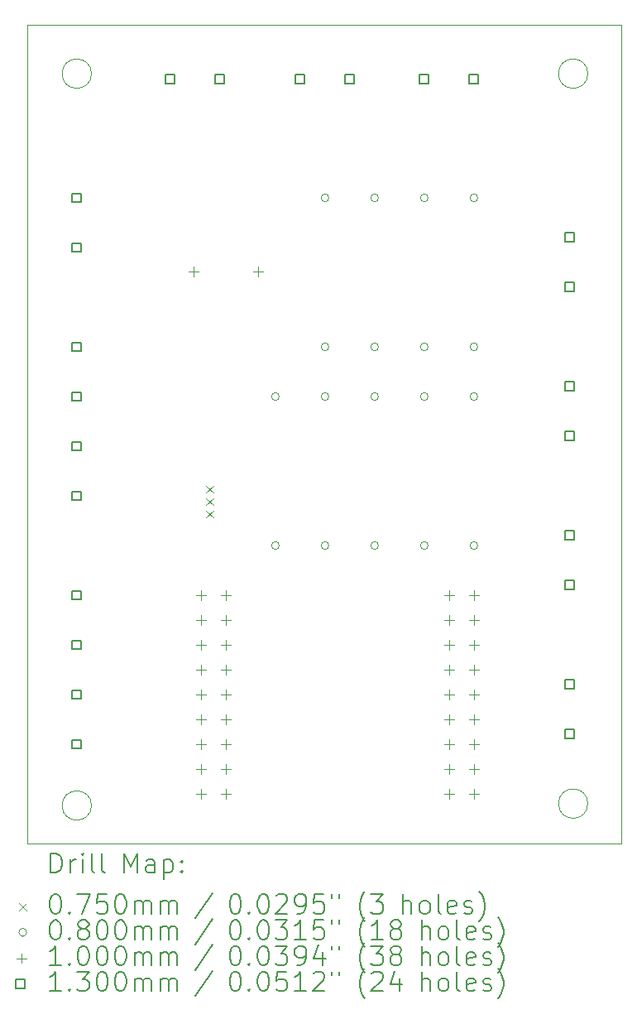
<source format=gbr>
%TF.GenerationSoftware,KiCad,Pcbnew,(7.0.0)*%
%TF.CreationDate,2023-03-15T19:38:20+01:00*%
%TF.ProjectId,QuinLED-ESP32-Breakout,5175696e-4c45-4442-9d45-535033322d42,rev?*%
%TF.SameCoordinates,Original*%
%TF.FileFunction,Drillmap*%
%TF.FilePolarity,Positive*%
%FSLAX45Y45*%
G04 Gerber Fmt 4.5, Leading zero omitted, Abs format (unit mm)*
G04 Created by KiCad (PCBNEW (7.0.0)) date 2023-03-15 19:38:20*
%MOMM*%
%LPD*%
G01*
G04 APERTURE LIST*
%ADD10C,0.100000*%
%ADD11C,0.200000*%
%ADD12C,0.075000*%
%ADD13C,0.080000*%
%ADD14C,0.130000*%
G04 APERTURE END LIST*
D10*
X12342000Y-10668000D02*
G75*
G03*
X12342000Y-10668000I-150000J0D01*
G01*
X6604000Y-10171492D02*
X12683570Y-10171492D01*
X12683570Y-10171492D02*
X12683570Y-18542000D01*
X12683570Y-18542000D02*
X6604000Y-18542000D01*
X6604000Y-18542000D02*
X6604000Y-10171492D01*
X12342000Y-18134014D02*
G75*
G03*
X12342000Y-18134014I-150000J0D01*
G01*
X7262000Y-18153518D02*
G75*
G03*
X7262000Y-18153518I-150000J0D01*
G01*
X7262000Y-10668000D02*
G75*
G03*
X7262000Y-10668000I-150000J0D01*
G01*
D11*
D12*
X8432800Y-14880950D02*
X8507800Y-14955950D01*
X8507800Y-14880950D02*
X8432800Y-14955950D01*
X8432800Y-15007950D02*
X8507800Y-15082950D01*
X8507800Y-15007950D02*
X8432800Y-15082950D01*
X8432800Y-15134950D02*
X8507800Y-15209950D01*
X8507800Y-15134950D02*
X8432800Y-15209950D01*
D13*
X9184000Y-13970000D02*
G75*
G03*
X9184000Y-13970000I-40000J0D01*
G01*
X9184000Y-15494000D02*
G75*
G03*
X9184000Y-15494000I-40000J0D01*
G01*
X9692000Y-11938000D02*
G75*
G03*
X9692000Y-11938000I-40000J0D01*
G01*
X9692000Y-13462000D02*
G75*
G03*
X9692000Y-13462000I-40000J0D01*
G01*
X9692000Y-13970000D02*
G75*
G03*
X9692000Y-13970000I-40000J0D01*
G01*
X9692000Y-15494000D02*
G75*
G03*
X9692000Y-15494000I-40000J0D01*
G01*
X10200000Y-11938000D02*
G75*
G03*
X10200000Y-11938000I-40000J0D01*
G01*
X10200000Y-13462000D02*
G75*
G03*
X10200000Y-13462000I-40000J0D01*
G01*
X10200000Y-13970000D02*
G75*
G03*
X10200000Y-13970000I-40000J0D01*
G01*
X10200000Y-15494000D02*
G75*
G03*
X10200000Y-15494000I-40000J0D01*
G01*
X10708000Y-11938000D02*
G75*
G03*
X10708000Y-11938000I-40000J0D01*
G01*
X10708000Y-13462000D02*
G75*
G03*
X10708000Y-13462000I-40000J0D01*
G01*
X10708000Y-13970000D02*
G75*
G03*
X10708000Y-13970000I-40000J0D01*
G01*
X10708000Y-15494000D02*
G75*
G03*
X10708000Y-15494000I-40000J0D01*
G01*
X11216000Y-11938000D02*
G75*
G03*
X11216000Y-11938000I-40000J0D01*
G01*
X11216000Y-13462000D02*
G75*
G03*
X11216000Y-13462000I-40000J0D01*
G01*
X11216000Y-13970000D02*
G75*
G03*
X11216000Y-13970000I-40000J0D01*
G01*
X11216000Y-15494000D02*
G75*
G03*
X11216000Y-15494000I-40000J0D01*
G01*
D10*
X8306000Y-12642139D02*
X8306000Y-12742139D01*
X8256000Y-12692139D02*
X8356000Y-12692139D01*
X8382000Y-15952000D02*
X8382000Y-16052000D01*
X8332000Y-16002000D02*
X8432000Y-16002000D01*
X8382000Y-16206000D02*
X8382000Y-16306000D01*
X8332000Y-16256000D02*
X8432000Y-16256000D01*
X8382000Y-16460000D02*
X8382000Y-16560000D01*
X8332000Y-16510000D02*
X8432000Y-16510000D01*
X8382000Y-16714000D02*
X8382000Y-16814000D01*
X8332000Y-16764000D02*
X8432000Y-16764000D01*
X8382000Y-16968000D02*
X8382000Y-17068000D01*
X8332000Y-17018000D02*
X8432000Y-17018000D01*
X8382000Y-17222000D02*
X8382000Y-17322000D01*
X8332000Y-17272000D02*
X8432000Y-17272000D01*
X8382000Y-17476000D02*
X8382000Y-17576000D01*
X8332000Y-17526000D02*
X8432000Y-17526000D01*
X8382000Y-17730000D02*
X8382000Y-17830000D01*
X8332000Y-17780000D02*
X8432000Y-17780000D01*
X8382000Y-17984000D02*
X8382000Y-18084000D01*
X8332000Y-18034000D02*
X8432000Y-18034000D01*
X8636000Y-15952000D02*
X8636000Y-16052000D01*
X8586000Y-16002000D02*
X8686000Y-16002000D01*
X8636000Y-16206000D02*
X8636000Y-16306000D01*
X8586000Y-16256000D02*
X8686000Y-16256000D01*
X8636000Y-16460000D02*
X8636000Y-16560000D01*
X8586000Y-16510000D02*
X8686000Y-16510000D01*
X8636000Y-16714000D02*
X8636000Y-16814000D01*
X8586000Y-16764000D02*
X8686000Y-16764000D01*
X8636000Y-16968000D02*
X8636000Y-17068000D01*
X8586000Y-17018000D02*
X8686000Y-17018000D01*
X8636000Y-17222000D02*
X8636000Y-17322000D01*
X8586000Y-17272000D02*
X8686000Y-17272000D01*
X8636000Y-17476000D02*
X8636000Y-17576000D01*
X8586000Y-17526000D02*
X8686000Y-17526000D01*
X8636000Y-17730000D02*
X8636000Y-17830000D01*
X8586000Y-17780000D02*
X8686000Y-17780000D01*
X8636000Y-17984000D02*
X8636000Y-18084000D01*
X8586000Y-18034000D02*
X8686000Y-18034000D01*
X8966000Y-12642139D02*
X8966000Y-12742139D01*
X8916000Y-12692139D02*
X9016000Y-12692139D01*
X10922000Y-15952000D02*
X10922000Y-16052000D01*
X10872000Y-16002000D02*
X10972000Y-16002000D01*
X10922000Y-16206000D02*
X10922000Y-16306000D01*
X10872000Y-16256000D02*
X10972000Y-16256000D01*
X10922000Y-16460000D02*
X10922000Y-16560000D01*
X10872000Y-16510000D02*
X10972000Y-16510000D01*
X10922000Y-16714000D02*
X10922000Y-16814000D01*
X10872000Y-16764000D02*
X10972000Y-16764000D01*
X10922000Y-16968000D02*
X10922000Y-17068000D01*
X10872000Y-17018000D02*
X10972000Y-17018000D01*
X10922000Y-17222000D02*
X10922000Y-17322000D01*
X10872000Y-17272000D02*
X10972000Y-17272000D01*
X10922000Y-17476000D02*
X10922000Y-17576000D01*
X10872000Y-17526000D02*
X10972000Y-17526000D01*
X10922000Y-17730000D02*
X10922000Y-17830000D01*
X10872000Y-17780000D02*
X10972000Y-17780000D01*
X10922000Y-17984000D02*
X10922000Y-18084000D01*
X10872000Y-18034000D02*
X10972000Y-18034000D01*
X11176000Y-15952000D02*
X11176000Y-16052000D01*
X11126000Y-16002000D02*
X11226000Y-16002000D01*
X11176000Y-16206000D02*
X11176000Y-16306000D01*
X11126000Y-16256000D02*
X11226000Y-16256000D01*
X11176000Y-16460000D02*
X11176000Y-16560000D01*
X11126000Y-16510000D02*
X11226000Y-16510000D01*
X11176000Y-16714000D02*
X11176000Y-16814000D01*
X11126000Y-16764000D02*
X11226000Y-16764000D01*
X11176000Y-16968000D02*
X11176000Y-17068000D01*
X11126000Y-17018000D02*
X11226000Y-17018000D01*
X11176000Y-17222000D02*
X11176000Y-17322000D01*
X11126000Y-17272000D02*
X11226000Y-17272000D01*
X11176000Y-17476000D02*
X11176000Y-17576000D01*
X11126000Y-17526000D02*
X11226000Y-17526000D01*
X11176000Y-17730000D02*
X11176000Y-17830000D01*
X11126000Y-17780000D02*
X11226000Y-17780000D01*
X11176000Y-17984000D02*
X11176000Y-18084000D01*
X11126000Y-18034000D02*
X11226000Y-18034000D01*
D14*
X7157962Y-11983962D02*
X7157962Y-11892038D01*
X7066038Y-11892038D01*
X7066038Y-11983962D01*
X7157962Y-11983962D01*
X7157962Y-12491962D02*
X7157962Y-12400038D01*
X7066038Y-12400038D01*
X7066038Y-12491962D01*
X7157962Y-12491962D01*
X7157962Y-13507962D02*
X7157962Y-13416038D01*
X7066038Y-13416038D01*
X7066038Y-13507962D01*
X7157962Y-13507962D01*
X7157962Y-14015962D02*
X7157962Y-13924038D01*
X7066038Y-13924038D01*
X7066038Y-14015962D01*
X7157962Y-14015962D01*
X7157962Y-14523962D02*
X7157962Y-14432038D01*
X7066038Y-14432038D01*
X7066038Y-14523962D01*
X7157962Y-14523962D01*
X7157962Y-15031962D02*
X7157962Y-14940038D01*
X7066038Y-14940038D01*
X7066038Y-15031962D01*
X7157962Y-15031962D01*
X7157962Y-16047962D02*
X7157962Y-15956038D01*
X7066038Y-15956038D01*
X7066038Y-16047962D01*
X7157962Y-16047962D01*
X7157962Y-16555962D02*
X7157962Y-16464038D01*
X7066038Y-16464038D01*
X7066038Y-16555962D01*
X7157962Y-16555962D01*
X7157962Y-17063962D02*
X7157962Y-16972038D01*
X7066038Y-16972038D01*
X7066038Y-17063962D01*
X7157962Y-17063962D01*
X7157962Y-17571962D02*
X7157962Y-17480038D01*
X7066038Y-17480038D01*
X7066038Y-17571962D01*
X7157962Y-17571962D01*
X8111292Y-10767062D02*
X8111292Y-10675138D01*
X8019368Y-10675138D01*
X8019368Y-10767062D01*
X8111292Y-10767062D01*
X8619292Y-10767062D02*
X8619292Y-10675138D01*
X8527368Y-10675138D01*
X8527368Y-10767062D01*
X8619292Y-10767062D01*
X9443872Y-10767012D02*
X9443872Y-10675088D01*
X9351948Y-10675088D01*
X9351948Y-10767012D01*
X9443872Y-10767012D01*
X9951872Y-10767012D02*
X9951872Y-10675088D01*
X9859948Y-10675088D01*
X9859948Y-10767012D01*
X9951872Y-10767012D01*
X10713872Y-10766962D02*
X10713872Y-10675038D01*
X10621948Y-10675038D01*
X10621948Y-10766962D01*
X10713872Y-10766962D01*
X11221872Y-10766962D02*
X11221872Y-10675038D01*
X11129948Y-10675038D01*
X11129948Y-10766962D01*
X11221872Y-10766962D01*
X12200062Y-12388462D02*
X12200062Y-12296538D01*
X12108138Y-12296538D01*
X12108138Y-12388462D01*
X12200062Y-12388462D01*
X12200062Y-12896462D02*
X12200062Y-12804538D01*
X12108138Y-12804538D01*
X12108138Y-12896462D01*
X12200062Y-12896462D01*
X12200062Y-13912462D02*
X12200062Y-13820538D01*
X12108138Y-13820538D01*
X12108138Y-13912462D01*
X12200062Y-13912462D01*
X12200062Y-14420462D02*
X12200062Y-14328538D01*
X12108138Y-14328538D01*
X12108138Y-14420462D01*
X12200062Y-14420462D01*
X12200062Y-15436462D02*
X12200062Y-15344538D01*
X12108138Y-15344538D01*
X12108138Y-15436462D01*
X12200062Y-15436462D01*
X12200062Y-15944462D02*
X12200062Y-15852538D01*
X12108138Y-15852538D01*
X12108138Y-15944462D01*
X12200062Y-15944462D01*
X12200062Y-16960462D02*
X12200062Y-16868538D01*
X12108138Y-16868538D01*
X12108138Y-16960462D01*
X12200062Y-16960462D01*
X12200062Y-17468462D02*
X12200062Y-17376538D01*
X12108138Y-17376538D01*
X12108138Y-17468462D01*
X12200062Y-17468462D01*
D11*
X6846619Y-18840476D02*
X6846619Y-18640476D01*
X6846619Y-18640476D02*
X6894238Y-18640476D01*
X6894238Y-18640476D02*
X6922809Y-18650000D01*
X6922809Y-18650000D02*
X6941857Y-18669048D01*
X6941857Y-18669048D02*
X6951381Y-18688095D01*
X6951381Y-18688095D02*
X6960905Y-18726190D01*
X6960905Y-18726190D02*
X6960905Y-18754762D01*
X6960905Y-18754762D02*
X6951381Y-18792857D01*
X6951381Y-18792857D02*
X6941857Y-18811905D01*
X6941857Y-18811905D02*
X6922809Y-18830952D01*
X6922809Y-18830952D02*
X6894238Y-18840476D01*
X6894238Y-18840476D02*
X6846619Y-18840476D01*
X7046619Y-18840476D02*
X7046619Y-18707143D01*
X7046619Y-18745238D02*
X7056143Y-18726190D01*
X7056143Y-18726190D02*
X7065667Y-18716667D01*
X7065667Y-18716667D02*
X7084714Y-18707143D01*
X7084714Y-18707143D02*
X7103762Y-18707143D01*
X7170428Y-18840476D02*
X7170428Y-18707143D01*
X7170428Y-18640476D02*
X7160905Y-18650000D01*
X7160905Y-18650000D02*
X7170428Y-18659524D01*
X7170428Y-18659524D02*
X7179952Y-18650000D01*
X7179952Y-18650000D02*
X7170428Y-18640476D01*
X7170428Y-18640476D02*
X7170428Y-18659524D01*
X7294238Y-18840476D02*
X7275190Y-18830952D01*
X7275190Y-18830952D02*
X7265667Y-18811905D01*
X7265667Y-18811905D02*
X7265667Y-18640476D01*
X7399000Y-18840476D02*
X7379952Y-18830952D01*
X7379952Y-18830952D02*
X7370428Y-18811905D01*
X7370428Y-18811905D02*
X7370428Y-18640476D01*
X7595190Y-18840476D02*
X7595190Y-18640476D01*
X7595190Y-18640476D02*
X7661857Y-18783333D01*
X7661857Y-18783333D02*
X7728524Y-18640476D01*
X7728524Y-18640476D02*
X7728524Y-18840476D01*
X7909476Y-18840476D02*
X7909476Y-18735714D01*
X7909476Y-18735714D02*
X7899952Y-18716667D01*
X7899952Y-18716667D02*
X7880905Y-18707143D01*
X7880905Y-18707143D02*
X7842809Y-18707143D01*
X7842809Y-18707143D02*
X7823762Y-18716667D01*
X7909476Y-18830952D02*
X7890428Y-18840476D01*
X7890428Y-18840476D02*
X7842809Y-18840476D01*
X7842809Y-18840476D02*
X7823762Y-18830952D01*
X7823762Y-18830952D02*
X7814238Y-18811905D01*
X7814238Y-18811905D02*
X7814238Y-18792857D01*
X7814238Y-18792857D02*
X7823762Y-18773810D01*
X7823762Y-18773810D02*
X7842809Y-18764286D01*
X7842809Y-18764286D02*
X7890428Y-18764286D01*
X7890428Y-18764286D02*
X7909476Y-18754762D01*
X8004714Y-18707143D02*
X8004714Y-18907143D01*
X8004714Y-18716667D02*
X8023762Y-18707143D01*
X8023762Y-18707143D02*
X8061857Y-18707143D01*
X8061857Y-18707143D02*
X8080905Y-18716667D01*
X8080905Y-18716667D02*
X8090428Y-18726190D01*
X8090428Y-18726190D02*
X8099952Y-18745238D01*
X8099952Y-18745238D02*
X8099952Y-18802381D01*
X8099952Y-18802381D02*
X8090428Y-18821429D01*
X8090428Y-18821429D02*
X8080905Y-18830952D01*
X8080905Y-18830952D02*
X8061857Y-18840476D01*
X8061857Y-18840476D02*
X8023762Y-18840476D01*
X8023762Y-18840476D02*
X8004714Y-18830952D01*
X8185667Y-18821429D02*
X8195190Y-18830952D01*
X8195190Y-18830952D02*
X8185667Y-18840476D01*
X8185667Y-18840476D02*
X8176143Y-18830952D01*
X8176143Y-18830952D02*
X8185667Y-18821429D01*
X8185667Y-18821429D02*
X8185667Y-18840476D01*
X8185667Y-18716667D02*
X8195190Y-18726190D01*
X8195190Y-18726190D02*
X8185667Y-18735714D01*
X8185667Y-18735714D02*
X8176143Y-18726190D01*
X8176143Y-18726190D02*
X8185667Y-18716667D01*
X8185667Y-18716667D02*
X8185667Y-18735714D01*
D12*
X6524000Y-19149500D02*
X6599000Y-19224500D01*
X6599000Y-19149500D02*
X6524000Y-19224500D01*
D11*
X6884714Y-19060476D02*
X6903762Y-19060476D01*
X6903762Y-19060476D02*
X6922809Y-19070000D01*
X6922809Y-19070000D02*
X6932333Y-19079524D01*
X6932333Y-19079524D02*
X6941857Y-19098571D01*
X6941857Y-19098571D02*
X6951381Y-19136667D01*
X6951381Y-19136667D02*
X6951381Y-19184286D01*
X6951381Y-19184286D02*
X6941857Y-19222381D01*
X6941857Y-19222381D02*
X6932333Y-19241429D01*
X6932333Y-19241429D02*
X6922809Y-19250952D01*
X6922809Y-19250952D02*
X6903762Y-19260476D01*
X6903762Y-19260476D02*
X6884714Y-19260476D01*
X6884714Y-19260476D02*
X6865667Y-19250952D01*
X6865667Y-19250952D02*
X6856143Y-19241429D01*
X6856143Y-19241429D02*
X6846619Y-19222381D01*
X6846619Y-19222381D02*
X6837095Y-19184286D01*
X6837095Y-19184286D02*
X6837095Y-19136667D01*
X6837095Y-19136667D02*
X6846619Y-19098571D01*
X6846619Y-19098571D02*
X6856143Y-19079524D01*
X6856143Y-19079524D02*
X6865667Y-19070000D01*
X6865667Y-19070000D02*
X6884714Y-19060476D01*
X7037095Y-19241429D02*
X7046619Y-19250952D01*
X7046619Y-19250952D02*
X7037095Y-19260476D01*
X7037095Y-19260476D02*
X7027571Y-19250952D01*
X7027571Y-19250952D02*
X7037095Y-19241429D01*
X7037095Y-19241429D02*
X7037095Y-19260476D01*
X7113286Y-19060476D02*
X7246619Y-19060476D01*
X7246619Y-19060476D02*
X7160905Y-19260476D01*
X7418048Y-19060476D02*
X7322809Y-19060476D01*
X7322809Y-19060476D02*
X7313286Y-19155714D01*
X7313286Y-19155714D02*
X7322809Y-19146190D01*
X7322809Y-19146190D02*
X7341857Y-19136667D01*
X7341857Y-19136667D02*
X7389476Y-19136667D01*
X7389476Y-19136667D02*
X7408524Y-19146190D01*
X7408524Y-19146190D02*
X7418048Y-19155714D01*
X7418048Y-19155714D02*
X7427571Y-19174762D01*
X7427571Y-19174762D02*
X7427571Y-19222381D01*
X7427571Y-19222381D02*
X7418048Y-19241429D01*
X7418048Y-19241429D02*
X7408524Y-19250952D01*
X7408524Y-19250952D02*
X7389476Y-19260476D01*
X7389476Y-19260476D02*
X7341857Y-19260476D01*
X7341857Y-19260476D02*
X7322809Y-19250952D01*
X7322809Y-19250952D02*
X7313286Y-19241429D01*
X7551381Y-19060476D02*
X7570429Y-19060476D01*
X7570429Y-19060476D02*
X7589476Y-19070000D01*
X7589476Y-19070000D02*
X7599000Y-19079524D01*
X7599000Y-19079524D02*
X7608524Y-19098571D01*
X7608524Y-19098571D02*
X7618048Y-19136667D01*
X7618048Y-19136667D02*
X7618048Y-19184286D01*
X7618048Y-19184286D02*
X7608524Y-19222381D01*
X7608524Y-19222381D02*
X7599000Y-19241429D01*
X7599000Y-19241429D02*
X7589476Y-19250952D01*
X7589476Y-19250952D02*
X7570429Y-19260476D01*
X7570429Y-19260476D02*
X7551381Y-19260476D01*
X7551381Y-19260476D02*
X7532333Y-19250952D01*
X7532333Y-19250952D02*
X7522809Y-19241429D01*
X7522809Y-19241429D02*
X7513286Y-19222381D01*
X7513286Y-19222381D02*
X7503762Y-19184286D01*
X7503762Y-19184286D02*
X7503762Y-19136667D01*
X7503762Y-19136667D02*
X7513286Y-19098571D01*
X7513286Y-19098571D02*
X7522809Y-19079524D01*
X7522809Y-19079524D02*
X7532333Y-19070000D01*
X7532333Y-19070000D02*
X7551381Y-19060476D01*
X7703762Y-19260476D02*
X7703762Y-19127143D01*
X7703762Y-19146190D02*
X7713286Y-19136667D01*
X7713286Y-19136667D02*
X7732333Y-19127143D01*
X7732333Y-19127143D02*
X7760905Y-19127143D01*
X7760905Y-19127143D02*
X7779952Y-19136667D01*
X7779952Y-19136667D02*
X7789476Y-19155714D01*
X7789476Y-19155714D02*
X7789476Y-19260476D01*
X7789476Y-19155714D02*
X7799000Y-19136667D01*
X7799000Y-19136667D02*
X7818048Y-19127143D01*
X7818048Y-19127143D02*
X7846619Y-19127143D01*
X7846619Y-19127143D02*
X7865667Y-19136667D01*
X7865667Y-19136667D02*
X7875190Y-19155714D01*
X7875190Y-19155714D02*
X7875190Y-19260476D01*
X7970429Y-19260476D02*
X7970429Y-19127143D01*
X7970429Y-19146190D02*
X7979952Y-19136667D01*
X7979952Y-19136667D02*
X7999000Y-19127143D01*
X7999000Y-19127143D02*
X8027571Y-19127143D01*
X8027571Y-19127143D02*
X8046619Y-19136667D01*
X8046619Y-19136667D02*
X8056143Y-19155714D01*
X8056143Y-19155714D02*
X8056143Y-19260476D01*
X8056143Y-19155714D02*
X8065667Y-19136667D01*
X8065667Y-19136667D02*
X8084714Y-19127143D01*
X8084714Y-19127143D02*
X8113286Y-19127143D01*
X8113286Y-19127143D02*
X8132333Y-19136667D01*
X8132333Y-19136667D02*
X8141857Y-19155714D01*
X8141857Y-19155714D02*
X8141857Y-19260476D01*
X8499952Y-19050952D02*
X8328524Y-19308095D01*
X8724714Y-19060476D02*
X8743762Y-19060476D01*
X8743762Y-19060476D02*
X8762810Y-19070000D01*
X8762810Y-19070000D02*
X8772333Y-19079524D01*
X8772333Y-19079524D02*
X8781857Y-19098571D01*
X8781857Y-19098571D02*
X8791381Y-19136667D01*
X8791381Y-19136667D02*
X8791381Y-19184286D01*
X8791381Y-19184286D02*
X8781857Y-19222381D01*
X8781857Y-19222381D02*
X8772333Y-19241429D01*
X8772333Y-19241429D02*
X8762810Y-19250952D01*
X8762810Y-19250952D02*
X8743762Y-19260476D01*
X8743762Y-19260476D02*
X8724714Y-19260476D01*
X8724714Y-19260476D02*
X8705667Y-19250952D01*
X8705667Y-19250952D02*
X8696143Y-19241429D01*
X8696143Y-19241429D02*
X8686619Y-19222381D01*
X8686619Y-19222381D02*
X8677095Y-19184286D01*
X8677095Y-19184286D02*
X8677095Y-19136667D01*
X8677095Y-19136667D02*
X8686619Y-19098571D01*
X8686619Y-19098571D02*
X8696143Y-19079524D01*
X8696143Y-19079524D02*
X8705667Y-19070000D01*
X8705667Y-19070000D02*
X8724714Y-19060476D01*
X8877095Y-19241429D02*
X8886619Y-19250952D01*
X8886619Y-19250952D02*
X8877095Y-19260476D01*
X8877095Y-19260476D02*
X8867572Y-19250952D01*
X8867572Y-19250952D02*
X8877095Y-19241429D01*
X8877095Y-19241429D02*
X8877095Y-19260476D01*
X9010429Y-19060476D02*
X9029476Y-19060476D01*
X9029476Y-19060476D02*
X9048524Y-19070000D01*
X9048524Y-19070000D02*
X9058048Y-19079524D01*
X9058048Y-19079524D02*
X9067572Y-19098571D01*
X9067572Y-19098571D02*
X9077095Y-19136667D01*
X9077095Y-19136667D02*
X9077095Y-19184286D01*
X9077095Y-19184286D02*
X9067572Y-19222381D01*
X9067572Y-19222381D02*
X9058048Y-19241429D01*
X9058048Y-19241429D02*
X9048524Y-19250952D01*
X9048524Y-19250952D02*
X9029476Y-19260476D01*
X9029476Y-19260476D02*
X9010429Y-19260476D01*
X9010429Y-19260476D02*
X8991381Y-19250952D01*
X8991381Y-19250952D02*
X8981857Y-19241429D01*
X8981857Y-19241429D02*
X8972333Y-19222381D01*
X8972333Y-19222381D02*
X8962810Y-19184286D01*
X8962810Y-19184286D02*
X8962810Y-19136667D01*
X8962810Y-19136667D02*
X8972333Y-19098571D01*
X8972333Y-19098571D02*
X8981857Y-19079524D01*
X8981857Y-19079524D02*
X8991381Y-19070000D01*
X8991381Y-19070000D02*
X9010429Y-19060476D01*
X9153286Y-19079524D02*
X9162810Y-19070000D01*
X9162810Y-19070000D02*
X9181857Y-19060476D01*
X9181857Y-19060476D02*
X9229476Y-19060476D01*
X9229476Y-19060476D02*
X9248524Y-19070000D01*
X9248524Y-19070000D02*
X9258048Y-19079524D01*
X9258048Y-19079524D02*
X9267572Y-19098571D01*
X9267572Y-19098571D02*
X9267572Y-19117619D01*
X9267572Y-19117619D02*
X9258048Y-19146190D01*
X9258048Y-19146190D02*
X9143762Y-19260476D01*
X9143762Y-19260476D02*
X9267572Y-19260476D01*
X9362810Y-19260476D02*
X9400905Y-19260476D01*
X9400905Y-19260476D02*
X9419953Y-19250952D01*
X9419953Y-19250952D02*
X9429476Y-19241429D01*
X9429476Y-19241429D02*
X9448524Y-19212857D01*
X9448524Y-19212857D02*
X9458048Y-19174762D01*
X9458048Y-19174762D02*
X9458048Y-19098571D01*
X9458048Y-19098571D02*
X9448524Y-19079524D01*
X9448524Y-19079524D02*
X9439000Y-19070000D01*
X9439000Y-19070000D02*
X9419953Y-19060476D01*
X9419953Y-19060476D02*
X9381857Y-19060476D01*
X9381857Y-19060476D02*
X9362810Y-19070000D01*
X9362810Y-19070000D02*
X9353286Y-19079524D01*
X9353286Y-19079524D02*
X9343762Y-19098571D01*
X9343762Y-19098571D02*
X9343762Y-19146190D01*
X9343762Y-19146190D02*
X9353286Y-19165238D01*
X9353286Y-19165238D02*
X9362810Y-19174762D01*
X9362810Y-19174762D02*
X9381857Y-19184286D01*
X9381857Y-19184286D02*
X9419953Y-19184286D01*
X9419953Y-19184286D02*
X9439000Y-19174762D01*
X9439000Y-19174762D02*
X9448524Y-19165238D01*
X9448524Y-19165238D02*
X9458048Y-19146190D01*
X9639000Y-19060476D02*
X9543762Y-19060476D01*
X9543762Y-19060476D02*
X9534238Y-19155714D01*
X9534238Y-19155714D02*
X9543762Y-19146190D01*
X9543762Y-19146190D02*
X9562810Y-19136667D01*
X9562810Y-19136667D02*
X9610429Y-19136667D01*
X9610429Y-19136667D02*
X9629476Y-19146190D01*
X9629476Y-19146190D02*
X9639000Y-19155714D01*
X9639000Y-19155714D02*
X9648524Y-19174762D01*
X9648524Y-19174762D02*
X9648524Y-19222381D01*
X9648524Y-19222381D02*
X9639000Y-19241429D01*
X9639000Y-19241429D02*
X9629476Y-19250952D01*
X9629476Y-19250952D02*
X9610429Y-19260476D01*
X9610429Y-19260476D02*
X9562810Y-19260476D01*
X9562810Y-19260476D02*
X9543762Y-19250952D01*
X9543762Y-19250952D02*
X9534238Y-19241429D01*
X9724714Y-19060476D02*
X9724714Y-19098571D01*
X9800905Y-19060476D02*
X9800905Y-19098571D01*
X10063762Y-19336667D02*
X10054238Y-19327143D01*
X10054238Y-19327143D02*
X10035191Y-19298571D01*
X10035191Y-19298571D02*
X10025667Y-19279524D01*
X10025667Y-19279524D02*
X10016143Y-19250952D01*
X10016143Y-19250952D02*
X10006619Y-19203333D01*
X10006619Y-19203333D02*
X10006619Y-19165238D01*
X10006619Y-19165238D02*
X10016143Y-19117619D01*
X10016143Y-19117619D02*
X10025667Y-19089048D01*
X10025667Y-19089048D02*
X10035191Y-19070000D01*
X10035191Y-19070000D02*
X10054238Y-19041429D01*
X10054238Y-19041429D02*
X10063762Y-19031905D01*
X10120905Y-19060476D02*
X10244714Y-19060476D01*
X10244714Y-19060476D02*
X10178048Y-19136667D01*
X10178048Y-19136667D02*
X10206619Y-19136667D01*
X10206619Y-19136667D02*
X10225667Y-19146190D01*
X10225667Y-19146190D02*
X10235191Y-19155714D01*
X10235191Y-19155714D02*
X10244714Y-19174762D01*
X10244714Y-19174762D02*
X10244714Y-19222381D01*
X10244714Y-19222381D02*
X10235191Y-19241429D01*
X10235191Y-19241429D02*
X10225667Y-19250952D01*
X10225667Y-19250952D02*
X10206619Y-19260476D01*
X10206619Y-19260476D02*
X10149476Y-19260476D01*
X10149476Y-19260476D02*
X10130429Y-19250952D01*
X10130429Y-19250952D02*
X10120905Y-19241429D01*
X10450429Y-19260476D02*
X10450429Y-19060476D01*
X10536143Y-19260476D02*
X10536143Y-19155714D01*
X10536143Y-19155714D02*
X10526619Y-19136667D01*
X10526619Y-19136667D02*
X10507572Y-19127143D01*
X10507572Y-19127143D02*
X10479000Y-19127143D01*
X10479000Y-19127143D02*
X10459953Y-19136667D01*
X10459953Y-19136667D02*
X10450429Y-19146190D01*
X10659953Y-19260476D02*
X10640905Y-19250952D01*
X10640905Y-19250952D02*
X10631381Y-19241429D01*
X10631381Y-19241429D02*
X10621857Y-19222381D01*
X10621857Y-19222381D02*
X10621857Y-19165238D01*
X10621857Y-19165238D02*
X10631381Y-19146190D01*
X10631381Y-19146190D02*
X10640905Y-19136667D01*
X10640905Y-19136667D02*
X10659953Y-19127143D01*
X10659953Y-19127143D02*
X10688524Y-19127143D01*
X10688524Y-19127143D02*
X10707572Y-19136667D01*
X10707572Y-19136667D02*
X10717095Y-19146190D01*
X10717095Y-19146190D02*
X10726619Y-19165238D01*
X10726619Y-19165238D02*
X10726619Y-19222381D01*
X10726619Y-19222381D02*
X10717095Y-19241429D01*
X10717095Y-19241429D02*
X10707572Y-19250952D01*
X10707572Y-19250952D02*
X10688524Y-19260476D01*
X10688524Y-19260476D02*
X10659953Y-19260476D01*
X10840905Y-19260476D02*
X10821857Y-19250952D01*
X10821857Y-19250952D02*
X10812334Y-19231905D01*
X10812334Y-19231905D02*
X10812334Y-19060476D01*
X10993286Y-19250952D02*
X10974238Y-19260476D01*
X10974238Y-19260476D02*
X10936143Y-19260476D01*
X10936143Y-19260476D02*
X10917095Y-19250952D01*
X10917095Y-19250952D02*
X10907572Y-19231905D01*
X10907572Y-19231905D02*
X10907572Y-19155714D01*
X10907572Y-19155714D02*
X10917095Y-19136667D01*
X10917095Y-19136667D02*
X10936143Y-19127143D01*
X10936143Y-19127143D02*
X10974238Y-19127143D01*
X10974238Y-19127143D02*
X10993286Y-19136667D01*
X10993286Y-19136667D02*
X11002810Y-19155714D01*
X11002810Y-19155714D02*
X11002810Y-19174762D01*
X11002810Y-19174762D02*
X10907572Y-19193810D01*
X11079000Y-19250952D02*
X11098048Y-19260476D01*
X11098048Y-19260476D02*
X11136143Y-19260476D01*
X11136143Y-19260476D02*
X11155191Y-19250952D01*
X11155191Y-19250952D02*
X11164715Y-19231905D01*
X11164715Y-19231905D02*
X11164715Y-19222381D01*
X11164715Y-19222381D02*
X11155191Y-19203333D01*
X11155191Y-19203333D02*
X11136143Y-19193810D01*
X11136143Y-19193810D02*
X11107572Y-19193810D01*
X11107572Y-19193810D02*
X11088524Y-19184286D01*
X11088524Y-19184286D02*
X11079000Y-19165238D01*
X11079000Y-19165238D02*
X11079000Y-19155714D01*
X11079000Y-19155714D02*
X11088524Y-19136667D01*
X11088524Y-19136667D02*
X11107572Y-19127143D01*
X11107572Y-19127143D02*
X11136143Y-19127143D01*
X11136143Y-19127143D02*
X11155191Y-19136667D01*
X11231381Y-19336667D02*
X11240905Y-19327143D01*
X11240905Y-19327143D02*
X11259953Y-19298571D01*
X11259953Y-19298571D02*
X11269476Y-19279524D01*
X11269476Y-19279524D02*
X11279000Y-19250952D01*
X11279000Y-19250952D02*
X11288524Y-19203333D01*
X11288524Y-19203333D02*
X11288524Y-19165238D01*
X11288524Y-19165238D02*
X11279000Y-19117619D01*
X11279000Y-19117619D02*
X11269476Y-19089048D01*
X11269476Y-19089048D02*
X11259953Y-19070000D01*
X11259953Y-19070000D02*
X11240905Y-19041429D01*
X11240905Y-19041429D02*
X11231381Y-19031905D01*
D13*
X6599000Y-19451000D02*
G75*
G03*
X6599000Y-19451000I-40000J0D01*
G01*
D11*
X6884714Y-19324476D02*
X6903762Y-19324476D01*
X6903762Y-19324476D02*
X6922809Y-19334000D01*
X6922809Y-19334000D02*
X6932333Y-19343524D01*
X6932333Y-19343524D02*
X6941857Y-19362571D01*
X6941857Y-19362571D02*
X6951381Y-19400667D01*
X6951381Y-19400667D02*
X6951381Y-19448286D01*
X6951381Y-19448286D02*
X6941857Y-19486381D01*
X6941857Y-19486381D02*
X6932333Y-19505429D01*
X6932333Y-19505429D02*
X6922809Y-19514952D01*
X6922809Y-19514952D02*
X6903762Y-19524476D01*
X6903762Y-19524476D02*
X6884714Y-19524476D01*
X6884714Y-19524476D02*
X6865667Y-19514952D01*
X6865667Y-19514952D02*
X6856143Y-19505429D01*
X6856143Y-19505429D02*
X6846619Y-19486381D01*
X6846619Y-19486381D02*
X6837095Y-19448286D01*
X6837095Y-19448286D02*
X6837095Y-19400667D01*
X6837095Y-19400667D02*
X6846619Y-19362571D01*
X6846619Y-19362571D02*
X6856143Y-19343524D01*
X6856143Y-19343524D02*
X6865667Y-19334000D01*
X6865667Y-19334000D02*
X6884714Y-19324476D01*
X7037095Y-19505429D02*
X7046619Y-19514952D01*
X7046619Y-19514952D02*
X7037095Y-19524476D01*
X7037095Y-19524476D02*
X7027571Y-19514952D01*
X7027571Y-19514952D02*
X7037095Y-19505429D01*
X7037095Y-19505429D02*
X7037095Y-19524476D01*
X7160905Y-19410190D02*
X7141857Y-19400667D01*
X7141857Y-19400667D02*
X7132333Y-19391143D01*
X7132333Y-19391143D02*
X7122809Y-19372095D01*
X7122809Y-19372095D02*
X7122809Y-19362571D01*
X7122809Y-19362571D02*
X7132333Y-19343524D01*
X7132333Y-19343524D02*
X7141857Y-19334000D01*
X7141857Y-19334000D02*
X7160905Y-19324476D01*
X7160905Y-19324476D02*
X7199000Y-19324476D01*
X7199000Y-19324476D02*
X7218048Y-19334000D01*
X7218048Y-19334000D02*
X7227571Y-19343524D01*
X7227571Y-19343524D02*
X7237095Y-19362571D01*
X7237095Y-19362571D02*
X7237095Y-19372095D01*
X7237095Y-19372095D02*
X7227571Y-19391143D01*
X7227571Y-19391143D02*
X7218048Y-19400667D01*
X7218048Y-19400667D02*
X7199000Y-19410190D01*
X7199000Y-19410190D02*
X7160905Y-19410190D01*
X7160905Y-19410190D02*
X7141857Y-19419714D01*
X7141857Y-19419714D02*
X7132333Y-19429238D01*
X7132333Y-19429238D02*
X7122809Y-19448286D01*
X7122809Y-19448286D02*
X7122809Y-19486381D01*
X7122809Y-19486381D02*
X7132333Y-19505429D01*
X7132333Y-19505429D02*
X7141857Y-19514952D01*
X7141857Y-19514952D02*
X7160905Y-19524476D01*
X7160905Y-19524476D02*
X7199000Y-19524476D01*
X7199000Y-19524476D02*
X7218048Y-19514952D01*
X7218048Y-19514952D02*
X7227571Y-19505429D01*
X7227571Y-19505429D02*
X7237095Y-19486381D01*
X7237095Y-19486381D02*
X7237095Y-19448286D01*
X7237095Y-19448286D02*
X7227571Y-19429238D01*
X7227571Y-19429238D02*
X7218048Y-19419714D01*
X7218048Y-19419714D02*
X7199000Y-19410190D01*
X7360905Y-19324476D02*
X7379952Y-19324476D01*
X7379952Y-19324476D02*
X7399000Y-19334000D01*
X7399000Y-19334000D02*
X7408524Y-19343524D01*
X7408524Y-19343524D02*
X7418048Y-19362571D01*
X7418048Y-19362571D02*
X7427571Y-19400667D01*
X7427571Y-19400667D02*
X7427571Y-19448286D01*
X7427571Y-19448286D02*
X7418048Y-19486381D01*
X7418048Y-19486381D02*
X7408524Y-19505429D01*
X7408524Y-19505429D02*
X7399000Y-19514952D01*
X7399000Y-19514952D02*
X7379952Y-19524476D01*
X7379952Y-19524476D02*
X7360905Y-19524476D01*
X7360905Y-19524476D02*
X7341857Y-19514952D01*
X7341857Y-19514952D02*
X7332333Y-19505429D01*
X7332333Y-19505429D02*
X7322809Y-19486381D01*
X7322809Y-19486381D02*
X7313286Y-19448286D01*
X7313286Y-19448286D02*
X7313286Y-19400667D01*
X7313286Y-19400667D02*
X7322809Y-19362571D01*
X7322809Y-19362571D02*
X7332333Y-19343524D01*
X7332333Y-19343524D02*
X7341857Y-19334000D01*
X7341857Y-19334000D02*
X7360905Y-19324476D01*
X7551381Y-19324476D02*
X7570429Y-19324476D01*
X7570429Y-19324476D02*
X7589476Y-19334000D01*
X7589476Y-19334000D02*
X7599000Y-19343524D01*
X7599000Y-19343524D02*
X7608524Y-19362571D01*
X7608524Y-19362571D02*
X7618048Y-19400667D01*
X7618048Y-19400667D02*
X7618048Y-19448286D01*
X7618048Y-19448286D02*
X7608524Y-19486381D01*
X7608524Y-19486381D02*
X7599000Y-19505429D01*
X7599000Y-19505429D02*
X7589476Y-19514952D01*
X7589476Y-19514952D02*
X7570429Y-19524476D01*
X7570429Y-19524476D02*
X7551381Y-19524476D01*
X7551381Y-19524476D02*
X7532333Y-19514952D01*
X7532333Y-19514952D02*
X7522809Y-19505429D01*
X7522809Y-19505429D02*
X7513286Y-19486381D01*
X7513286Y-19486381D02*
X7503762Y-19448286D01*
X7503762Y-19448286D02*
X7503762Y-19400667D01*
X7503762Y-19400667D02*
X7513286Y-19362571D01*
X7513286Y-19362571D02*
X7522809Y-19343524D01*
X7522809Y-19343524D02*
X7532333Y-19334000D01*
X7532333Y-19334000D02*
X7551381Y-19324476D01*
X7703762Y-19524476D02*
X7703762Y-19391143D01*
X7703762Y-19410190D02*
X7713286Y-19400667D01*
X7713286Y-19400667D02*
X7732333Y-19391143D01*
X7732333Y-19391143D02*
X7760905Y-19391143D01*
X7760905Y-19391143D02*
X7779952Y-19400667D01*
X7779952Y-19400667D02*
X7789476Y-19419714D01*
X7789476Y-19419714D02*
X7789476Y-19524476D01*
X7789476Y-19419714D02*
X7799000Y-19400667D01*
X7799000Y-19400667D02*
X7818048Y-19391143D01*
X7818048Y-19391143D02*
X7846619Y-19391143D01*
X7846619Y-19391143D02*
X7865667Y-19400667D01*
X7865667Y-19400667D02*
X7875190Y-19419714D01*
X7875190Y-19419714D02*
X7875190Y-19524476D01*
X7970429Y-19524476D02*
X7970429Y-19391143D01*
X7970429Y-19410190D02*
X7979952Y-19400667D01*
X7979952Y-19400667D02*
X7999000Y-19391143D01*
X7999000Y-19391143D02*
X8027571Y-19391143D01*
X8027571Y-19391143D02*
X8046619Y-19400667D01*
X8046619Y-19400667D02*
X8056143Y-19419714D01*
X8056143Y-19419714D02*
X8056143Y-19524476D01*
X8056143Y-19419714D02*
X8065667Y-19400667D01*
X8065667Y-19400667D02*
X8084714Y-19391143D01*
X8084714Y-19391143D02*
X8113286Y-19391143D01*
X8113286Y-19391143D02*
X8132333Y-19400667D01*
X8132333Y-19400667D02*
X8141857Y-19419714D01*
X8141857Y-19419714D02*
X8141857Y-19524476D01*
X8499952Y-19314952D02*
X8328524Y-19572095D01*
X8724714Y-19324476D02*
X8743762Y-19324476D01*
X8743762Y-19324476D02*
X8762810Y-19334000D01*
X8762810Y-19334000D02*
X8772333Y-19343524D01*
X8772333Y-19343524D02*
X8781857Y-19362571D01*
X8781857Y-19362571D02*
X8791381Y-19400667D01*
X8791381Y-19400667D02*
X8791381Y-19448286D01*
X8791381Y-19448286D02*
X8781857Y-19486381D01*
X8781857Y-19486381D02*
X8772333Y-19505429D01*
X8772333Y-19505429D02*
X8762810Y-19514952D01*
X8762810Y-19514952D02*
X8743762Y-19524476D01*
X8743762Y-19524476D02*
X8724714Y-19524476D01*
X8724714Y-19524476D02*
X8705667Y-19514952D01*
X8705667Y-19514952D02*
X8696143Y-19505429D01*
X8696143Y-19505429D02*
X8686619Y-19486381D01*
X8686619Y-19486381D02*
X8677095Y-19448286D01*
X8677095Y-19448286D02*
X8677095Y-19400667D01*
X8677095Y-19400667D02*
X8686619Y-19362571D01*
X8686619Y-19362571D02*
X8696143Y-19343524D01*
X8696143Y-19343524D02*
X8705667Y-19334000D01*
X8705667Y-19334000D02*
X8724714Y-19324476D01*
X8877095Y-19505429D02*
X8886619Y-19514952D01*
X8886619Y-19514952D02*
X8877095Y-19524476D01*
X8877095Y-19524476D02*
X8867572Y-19514952D01*
X8867572Y-19514952D02*
X8877095Y-19505429D01*
X8877095Y-19505429D02*
X8877095Y-19524476D01*
X9010429Y-19324476D02*
X9029476Y-19324476D01*
X9029476Y-19324476D02*
X9048524Y-19334000D01*
X9048524Y-19334000D02*
X9058048Y-19343524D01*
X9058048Y-19343524D02*
X9067572Y-19362571D01*
X9067572Y-19362571D02*
X9077095Y-19400667D01*
X9077095Y-19400667D02*
X9077095Y-19448286D01*
X9077095Y-19448286D02*
X9067572Y-19486381D01*
X9067572Y-19486381D02*
X9058048Y-19505429D01*
X9058048Y-19505429D02*
X9048524Y-19514952D01*
X9048524Y-19514952D02*
X9029476Y-19524476D01*
X9029476Y-19524476D02*
X9010429Y-19524476D01*
X9010429Y-19524476D02*
X8991381Y-19514952D01*
X8991381Y-19514952D02*
X8981857Y-19505429D01*
X8981857Y-19505429D02*
X8972333Y-19486381D01*
X8972333Y-19486381D02*
X8962810Y-19448286D01*
X8962810Y-19448286D02*
X8962810Y-19400667D01*
X8962810Y-19400667D02*
X8972333Y-19362571D01*
X8972333Y-19362571D02*
X8981857Y-19343524D01*
X8981857Y-19343524D02*
X8991381Y-19334000D01*
X8991381Y-19334000D02*
X9010429Y-19324476D01*
X9143762Y-19324476D02*
X9267572Y-19324476D01*
X9267572Y-19324476D02*
X9200905Y-19400667D01*
X9200905Y-19400667D02*
X9229476Y-19400667D01*
X9229476Y-19400667D02*
X9248524Y-19410190D01*
X9248524Y-19410190D02*
X9258048Y-19419714D01*
X9258048Y-19419714D02*
X9267572Y-19438762D01*
X9267572Y-19438762D02*
X9267572Y-19486381D01*
X9267572Y-19486381D02*
X9258048Y-19505429D01*
X9258048Y-19505429D02*
X9248524Y-19514952D01*
X9248524Y-19514952D02*
X9229476Y-19524476D01*
X9229476Y-19524476D02*
X9172333Y-19524476D01*
X9172333Y-19524476D02*
X9153286Y-19514952D01*
X9153286Y-19514952D02*
X9143762Y-19505429D01*
X9458048Y-19524476D02*
X9343762Y-19524476D01*
X9400905Y-19524476D02*
X9400905Y-19324476D01*
X9400905Y-19324476D02*
X9381857Y-19353048D01*
X9381857Y-19353048D02*
X9362810Y-19372095D01*
X9362810Y-19372095D02*
X9343762Y-19381619D01*
X9639000Y-19324476D02*
X9543762Y-19324476D01*
X9543762Y-19324476D02*
X9534238Y-19419714D01*
X9534238Y-19419714D02*
X9543762Y-19410190D01*
X9543762Y-19410190D02*
X9562810Y-19400667D01*
X9562810Y-19400667D02*
X9610429Y-19400667D01*
X9610429Y-19400667D02*
X9629476Y-19410190D01*
X9629476Y-19410190D02*
X9639000Y-19419714D01*
X9639000Y-19419714D02*
X9648524Y-19438762D01*
X9648524Y-19438762D02*
X9648524Y-19486381D01*
X9648524Y-19486381D02*
X9639000Y-19505429D01*
X9639000Y-19505429D02*
X9629476Y-19514952D01*
X9629476Y-19514952D02*
X9610429Y-19524476D01*
X9610429Y-19524476D02*
X9562810Y-19524476D01*
X9562810Y-19524476D02*
X9543762Y-19514952D01*
X9543762Y-19514952D02*
X9534238Y-19505429D01*
X9724714Y-19324476D02*
X9724714Y-19362571D01*
X9800905Y-19324476D02*
X9800905Y-19362571D01*
X10063762Y-19600667D02*
X10054238Y-19591143D01*
X10054238Y-19591143D02*
X10035191Y-19562571D01*
X10035191Y-19562571D02*
X10025667Y-19543524D01*
X10025667Y-19543524D02*
X10016143Y-19514952D01*
X10016143Y-19514952D02*
X10006619Y-19467333D01*
X10006619Y-19467333D02*
X10006619Y-19429238D01*
X10006619Y-19429238D02*
X10016143Y-19381619D01*
X10016143Y-19381619D02*
X10025667Y-19353048D01*
X10025667Y-19353048D02*
X10035191Y-19334000D01*
X10035191Y-19334000D02*
X10054238Y-19305429D01*
X10054238Y-19305429D02*
X10063762Y-19295905D01*
X10244714Y-19524476D02*
X10130429Y-19524476D01*
X10187572Y-19524476D02*
X10187572Y-19324476D01*
X10187572Y-19324476D02*
X10168524Y-19353048D01*
X10168524Y-19353048D02*
X10149476Y-19372095D01*
X10149476Y-19372095D02*
X10130429Y-19381619D01*
X10359000Y-19410190D02*
X10339953Y-19400667D01*
X10339953Y-19400667D02*
X10330429Y-19391143D01*
X10330429Y-19391143D02*
X10320905Y-19372095D01*
X10320905Y-19372095D02*
X10320905Y-19362571D01*
X10320905Y-19362571D02*
X10330429Y-19343524D01*
X10330429Y-19343524D02*
X10339953Y-19334000D01*
X10339953Y-19334000D02*
X10359000Y-19324476D01*
X10359000Y-19324476D02*
X10397095Y-19324476D01*
X10397095Y-19324476D02*
X10416143Y-19334000D01*
X10416143Y-19334000D02*
X10425667Y-19343524D01*
X10425667Y-19343524D02*
X10435191Y-19362571D01*
X10435191Y-19362571D02*
X10435191Y-19372095D01*
X10435191Y-19372095D02*
X10425667Y-19391143D01*
X10425667Y-19391143D02*
X10416143Y-19400667D01*
X10416143Y-19400667D02*
X10397095Y-19410190D01*
X10397095Y-19410190D02*
X10359000Y-19410190D01*
X10359000Y-19410190D02*
X10339953Y-19419714D01*
X10339953Y-19419714D02*
X10330429Y-19429238D01*
X10330429Y-19429238D02*
X10320905Y-19448286D01*
X10320905Y-19448286D02*
X10320905Y-19486381D01*
X10320905Y-19486381D02*
X10330429Y-19505429D01*
X10330429Y-19505429D02*
X10339953Y-19514952D01*
X10339953Y-19514952D02*
X10359000Y-19524476D01*
X10359000Y-19524476D02*
X10397095Y-19524476D01*
X10397095Y-19524476D02*
X10416143Y-19514952D01*
X10416143Y-19514952D02*
X10425667Y-19505429D01*
X10425667Y-19505429D02*
X10435191Y-19486381D01*
X10435191Y-19486381D02*
X10435191Y-19448286D01*
X10435191Y-19448286D02*
X10425667Y-19429238D01*
X10425667Y-19429238D02*
X10416143Y-19419714D01*
X10416143Y-19419714D02*
X10397095Y-19410190D01*
X10640905Y-19524476D02*
X10640905Y-19324476D01*
X10726619Y-19524476D02*
X10726619Y-19419714D01*
X10726619Y-19419714D02*
X10717095Y-19400667D01*
X10717095Y-19400667D02*
X10698048Y-19391143D01*
X10698048Y-19391143D02*
X10669476Y-19391143D01*
X10669476Y-19391143D02*
X10650429Y-19400667D01*
X10650429Y-19400667D02*
X10640905Y-19410190D01*
X10850429Y-19524476D02*
X10831381Y-19514952D01*
X10831381Y-19514952D02*
X10821857Y-19505429D01*
X10821857Y-19505429D02*
X10812334Y-19486381D01*
X10812334Y-19486381D02*
X10812334Y-19429238D01*
X10812334Y-19429238D02*
X10821857Y-19410190D01*
X10821857Y-19410190D02*
X10831381Y-19400667D01*
X10831381Y-19400667D02*
X10850429Y-19391143D01*
X10850429Y-19391143D02*
X10879000Y-19391143D01*
X10879000Y-19391143D02*
X10898048Y-19400667D01*
X10898048Y-19400667D02*
X10907572Y-19410190D01*
X10907572Y-19410190D02*
X10917095Y-19429238D01*
X10917095Y-19429238D02*
X10917095Y-19486381D01*
X10917095Y-19486381D02*
X10907572Y-19505429D01*
X10907572Y-19505429D02*
X10898048Y-19514952D01*
X10898048Y-19514952D02*
X10879000Y-19524476D01*
X10879000Y-19524476D02*
X10850429Y-19524476D01*
X11031381Y-19524476D02*
X11012334Y-19514952D01*
X11012334Y-19514952D02*
X11002810Y-19495905D01*
X11002810Y-19495905D02*
X11002810Y-19324476D01*
X11183762Y-19514952D02*
X11164715Y-19524476D01*
X11164715Y-19524476D02*
X11126619Y-19524476D01*
X11126619Y-19524476D02*
X11107572Y-19514952D01*
X11107572Y-19514952D02*
X11098048Y-19495905D01*
X11098048Y-19495905D02*
X11098048Y-19419714D01*
X11098048Y-19419714D02*
X11107572Y-19400667D01*
X11107572Y-19400667D02*
X11126619Y-19391143D01*
X11126619Y-19391143D02*
X11164715Y-19391143D01*
X11164715Y-19391143D02*
X11183762Y-19400667D01*
X11183762Y-19400667D02*
X11193286Y-19419714D01*
X11193286Y-19419714D02*
X11193286Y-19438762D01*
X11193286Y-19438762D02*
X11098048Y-19457810D01*
X11269476Y-19514952D02*
X11288524Y-19524476D01*
X11288524Y-19524476D02*
X11326619Y-19524476D01*
X11326619Y-19524476D02*
X11345667Y-19514952D01*
X11345667Y-19514952D02*
X11355191Y-19495905D01*
X11355191Y-19495905D02*
X11355191Y-19486381D01*
X11355191Y-19486381D02*
X11345667Y-19467333D01*
X11345667Y-19467333D02*
X11326619Y-19457810D01*
X11326619Y-19457810D02*
X11298048Y-19457810D01*
X11298048Y-19457810D02*
X11279000Y-19448286D01*
X11279000Y-19448286D02*
X11269476Y-19429238D01*
X11269476Y-19429238D02*
X11269476Y-19419714D01*
X11269476Y-19419714D02*
X11279000Y-19400667D01*
X11279000Y-19400667D02*
X11298048Y-19391143D01*
X11298048Y-19391143D02*
X11326619Y-19391143D01*
X11326619Y-19391143D02*
X11345667Y-19400667D01*
X11421857Y-19600667D02*
X11431381Y-19591143D01*
X11431381Y-19591143D02*
X11450429Y-19562571D01*
X11450429Y-19562571D02*
X11459953Y-19543524D01*
X11459953Y-19543524D02*
X11469476Y-19514952D01*
X11469476Y-19514952D02*
X11479000Y-19467333D01*
X11479000Y-19467333D02*
X11479000Y-19429238D01*
X11479000Y-19429238D02*
X11469476Y-19381619D01*
X11469476Y-19381619D02*
X11459953Y-19353048D01*
X11459953Y-19353048D02*
X11450429Y-19334000D01*
X11450429Y-19334000D02*
X11431381Y-19305429D01*
X11431381Y-19305429D02*
X11421857Y-19295905D01*
D10*
X6549000Y-19665000D02*
X6549000Y-19765000D01*
X6499000Y-19715000D02*
X6599000Y-19715000D01*
D11*
X6951381Y-19788476D02*
X6837095Y-19788476D01*
X6894238Y-19788476D02*
X6894238Y-19588476D01*
X6894238Y-19588476D02*
X6875190Y-19617048D01*
X6875190Y-19617048D02*
X6856143Y-19636095D01*
X6856143Y-19636095D02*
X6837095Y-19645619D01*
X7037095Y-19769429D02*
X7046619Y-19778952D01*
X7046619Y-19778952D02*
X7037095Y-19788476D01*
X7037095Y-19788476D02*
X7027571Y-19778952D01*
X7027571Y-19778952D02*
X7037095Y-19769429D01*
X7037095Y-19769429D02*
X7037095Y-19788476D01*
X7170428Y-19588476D02*
X7189476Y-19588476D01*
X7189476Y-19588476D02*
X7208524Y-19598000D01*
X7208524Y-19598000D02*
X7218048Y-19607524D01*
X7218048Y-19607524D02*
X7227571Y-19626571D01*
X7227571Y-19626571D02*
X7237095Y-19664667D01*
X7237095Y-19664667D02*
X7237095Y-19712286D01*
X7237095Y-19712286D02*
X7227571Y-19750381D01*
X7227571Y-19750381D02*
X7218048Y-19769429D01*
X7218048Y-19769429D02*
X7208524Y-19778952D01*
X7208524Y-19778952D02*
X7189476Y-19788476D01*
X7189476Y-19788476D02*
X7170428Y-19788476D01*
X7170428Y-19788476D02*
X7151381Y-19778952D01*
X7151381Y-19778952D02*
X7141857Y-19769429D01*
X7141857Y-19769429D02*
X7132333Y-19750381D01*
X7132333Y-19750381D02*
X7122809Y-19712286D01*
X7122809Y-19712286D02*
X7122809Y-19664667D01*
X7122809Y-19664667D02*
X7132333Y-19626571D01*
X7132333Y-19626571D02*
X7141857Y-19607524D01*
X7141857Y-19607524D02*
X7151381Y-19598000D01*
X7151381Y-19598000D02*
X7170428Y-19588476D01*
X7360905Y-19588476D02*
X7379952Y-19588476D01*
X7379952Y-19588476D02*
X7399000Y-19598000D01*
X7399000Y-19598000D02*
X7408524Y-19607524D01*
X7408524Y-19607524D02*
X7418048Y-19626571D01*
X7418048Y-19626571D02*
X7427571Y-19664667D01*
X7427571Y-19664667D02*
X7427571Y-19712286D01*
X7427571Y-19712286D02*
X7418048Y-19750381D01*
X7418048Y-19750381D02*
X7408524Y-19769429D01*
X7408524Y-19769429D02*
X7399000Y-19778952D01*
X7399000Y-19778952D02*
X7379952Y-19788476D01*
X7379952Y-19788476D02*
X7360905Y-19788476D01*
X7360905Y-19788476D02*
X7341857Y-19778952D01*
X7341857Y-19778952D02*
X7332333Y-19769429D01*
X7332333Y-19769429D02*
X7322809Y-19750381D01*
X7322809Y-19750381D02*
X7313286Y-19712286D01*
X7313286Y-19712286D02*
X7313286Y-19664667D01*
X7313286Y-19664667D02*
X7322809Y-19626571D01*
X7322809Y-19626571D02*
X7332333Y-19607524D01*
X7332333Y-19607524D02*
X7341857Y-19598000D01*
X7341857Y-19598000D02*
X7360905Y-19588476D01*
X7551381Y-19588476D02*
X7570429Y-19588476D01*
X7570429Y-19588476D02*
X7589476Y-19598000D01*
X7589476Y-19598000D02*
X7599000Y-19607524D01*
X7599000Y-19607524D02*
X7608524Y-19626571D01*
X7608524Y-19626571D02*
X7618048Y-19664667D01*
X7618048Y-19664667D02*
X7618048Y-19712286D01*
X7618048Y-19712286D02*
X7608524Y-19750381D01*
X7608524Y-19750381D02*
X7599000Y-19769429D01*
X7599000Y-19769429D02*
X7589476Y-19778952D01*
X7589476Y-19778952D02*
X7570429Y-19788476D01*
X7570429Y-19788476D02*
X7551381Y-19788476D01*
X7551381Y-19788476D02*
X7532333Y-19778952D01*
X7532333Y-19778952D02*
X7522809Y-19769429D01*
X7522809Y-19769429D02*
X7513286Y-19750381D01*
X7513286Y-19750381D02*
X7503762Y-19712286D01*
X7503762Y-19712286D02*
X7503762Y-19664667D01*
X7503762Y-19664667D02*
X7513286Y-19626571D01*
X7513286Y-19626571D02*
X7522809Y-19607524D01*
X7522809Y-19607524D02*
X7532333Y-19598000D01*
X7532333Y-19598000D02*
X7551381Y-19588476D01*
X7703762Y-19788476D02*
X7703762Y-19655143D01*
X7703762Y-19674190D02*
X7713286Y-19664667D01*
X7713286Y-19664667D02*
X7732333Y-19655143D01*
X7732333Y-19655143D02*
X7760905Y-19655143D01*
X7760905Y-19655143D02*
X7779952Y-19664667D01*
X7779952Y-19664667D02*
X7789476Y-19683714D01*
X7789476Y-19683714D02*
X7789476Y-19788476D01*
X7789476Y-19683714D02*
X7799000Y-19664667D01*
X7799000Y-19664667D02*
X7818048Y-19655143D01*
X7818048Y-19655143D02*
X7846619Y-19655143D01*
X7846619Y-19655143D02*
X7865667Y-19664667D01*
X7865667Y-19664667D02*
X7875190Y-19683714D01*
X7875190Y-19683714D02*
X7875190Y-19788476D01*
X7970429Y-19788476D02*
X7970429Y-19655143D01*
X7970429Y-19674190D02*
X7979952Y-19664667D01*
X7979952Y-19664667D02*
X7999000Y-19655143D01*
X7999000Y-19655143D02*
X8027571Y-19655143D01*
X8027571Y-19655143D02*
X8046619Y-19664667D01*
X8046619Y-19664667D02*
X8056143Y-19683714D01*
X8056143Y-19683714D02*
X8056143Y-19788476D01*
X8056143Y-19683714D02*
X8065667Y-19664667D01*
X8065667Y-19664667D02*
X8084714Y-19655143D01*
X8084714Y-19655143D02*
X8113286Y-19655143D01*
X8113286Y-19655143D02*
X8132333Y-19664667D01*
X8132333Y-19664667D02*
X8141857Y-19683714D01*
X8141857Y-19683714D02*
X8141857Y-19788476D01*
X8499952Y-19578952D02*
X8328524Y-19836095D01*
X8724714Y-19588476D02*
X8743762Y-19588476D01*
X8743762Y-19588476D02*
X8762810Y-19598000D01*
X8762810Y-19598000D02*
X8772333Y-19607524D01*
X8772333Y-19607524D02*
X8781857Y-19626571D01*
X8781857Y-19626571D02*
X8791381Y-19664667D01*
X8791381Y-19664667D02*
X8791381Y-19712286D01*
X8791381Y-19712286D02*
X8781857Y-19750381D01*
X8781857Y-19750381D02*
X8772333Y-19769429D01*
X8772333Y-19769429D02*
X8762810Y-19778952D01*
X8762810Y-19778952D02*
X8743762Y-19788476D01*
X8743762Y-19788476D02*
X8724714Y-19788476D01*
X8724714Y-19788476D02*
X8705667Y-19778952D01*
X8705667Y-19778952D02*
X8696143Y-19769429D01*
X8696143Y-19769429D02*
X8686619Y-19750381D01*
X8686619Y-19750381D02*
X8677095Y-19712286D01*
X8677095Y-19712286D02*
X8677095Y-19664667D01*
X8677095Y-19664667D02*
X8686619Y-19626571D01*
X8686619Y-19626571D02*
X8696143Y-19607524D01*
X8696143Y-19607524D02*
X8705667Y-19598000D01*
X8705667Y-19598000D02*
X8724714Y-19588476D01*
X8877095Y-19769429D02*
X8886619Y-19778952D01*
X8886619Y-19778952D02*
X8877095Y-19788476D01*
X8877095Y-19788476D02*
X8867572Y-19778952D01*
X8867572Y-19778952D02*
X8877095Y-19769429D01*
X8877095Y-19769429D02*
X8877095Y-19788476D01*
X9010429Y-19588476D02*
X9029476Y-19588476D01*
X9029476Y-19588476D02*
X9048524Y-19598000D01*
X9048524Y-19598000D02*
X9058048Y-19607524D01*
X9058048Y-19607524D02*
X9067572Y-19626571D01*
X9067572Y-19626571D02*
X9077095Y-19664667D01*
X9077095Y-19664667D02*
X9077095Y-19712286D01*
X9077095Y-19712286D02*
X9067572Y-19750381D01*
X9067572Y-19750381D02*
X9058048Y-19769429D01*
X9058048Y-19769429D02*
X9048524Y-19778952D01*
X9048524Y-19778952D02*
X9029476Y-19788476D01*
X9029476Y-19788476D02*
X9010429Y-19788476D01*
X9010429Y-19788476D02*
X8991381Y-19778952D01*
X8991381Y-19778952D02*
X8981857Y-19769429D01*
X8981857Y-19769429D02*
X8972333Y-19750381D01*
X8972333Y-19750381D02*
X8962810Y-19712286D01*
X8962810Y-19712286D02*
X8962810Y-19664667D01*
X8962810Y-19664667D02*
X8972333Y-19626571D01*
X8972333Y-19626571D02*
X8981857Y-19607524D01*
X8981857Y-19607524D02*
X8991381Y-19598000D01*
X8991381Y-19598000D02*
X9010429Y-19588476D01*
X9143762Y-19588476D02*
X9267572Y-19588476D01*
X9267572Y-19588476D02*
X9200905Y-19664667D01*
X9200905Y-19664667D02*
X9229476Y-19664667D01*
X9229476Y-19664667D02*
X9248524Y-19674190D01*
X9248524Y-19674190D02*
X9258048Y-19683714D01*
X9258048Y-19683714D02*
X9267572Y-19702762D01*
X9267572Y-19702762D02*
X9267572Y-19750381D01*
X9267572Y-19750381D02*
X9258048Y-19769429D01*
X9258048Y-19769429D02*
X9248524Y-19778952D01*
X9248524Y-19778952D02*
X9229476Y-19788476D01*
X9229476Y-19788476D02*
X9172333Y-19788476D01*
X9172333Y-19788476D02*
X9153286Y-19778952D01*
X9153286Y-19778952D02*
X9143762Y-19769429D01*
X9362810Y-19788476D02*
X9400905Y-19788476D01*
X9400905Y-19788476D02*
X9419953Y-19778952D01*
X9419953Y-19778952D02*
X9429476Y-19769429D01*
X9429476Y-19769429D02*
X9448524Y-19740857D01*
X9448524Y-19740857D02*
X9458048Y-19702762D01*
X9458048Y-19702762D02*
X9458048Y-19626571D01*
X9458048Y-19626571D02*
X9448524Y-19607524D01*
X9448524Y-19607524D02*
X9439000Y-19598000D01*
X9439000Y-19598000D02*
X9419953Y-19588476D01*
X9419953Y-19588476D02*
X9381857Y-19588476D01*
X9381857Y-19588476D02*
X9362810Y-19598000D01*
X9362810Y-19598000D02*
X9353286Y-19607524D01*
X9353286Y-19607524D02*
X9343762Y-19626571D01*
X9343762Y-19626571D02*
X9343762Y-19674190D01*
X9343762Y-19674190D02*
X9353286Y-19693238D01*
X9353286Y-19693238D02*
X9362810Y-19702762D01*
X9362810Y-19702762D02*
X9381857Y-19712286D01*
X9381857Y-19712286D02*
X9419953Y-19712286D01*
X9419953Y-19712286D02*
X9439000Y-19702762D01*
X9439000Y-19702762D02*
X9448524Y-19693238D01*
X9448524Y-19693238D02*
X9458048Y-19674190D01*
X9629476Y-19655143D02*
X9629476Y-19788476D01*
X9581857Y-19578952D02*
X9534238Y-19721810D01*
X9534238Y-19721810D02*
X9658048Y-19721810D01*
X9724714Y-19588476D02*
X9724714Y-19626571D01*
X9800905Y-19588476D02*
X9800905Y-19626571D01*
X10063762Y-19864667D02*
X10054238Y-19855143D01*
X10054238Y-19855143D02*
X10035191Y-19826571D01*
X10035191Y-19826571D02*
X10025667Y-19807524D01*
X10025667Y-19807524D02*
X10016143Y-19778952D01*
X10016143Y-19778952D02*
X10006619Y-19731333D01*
X10006619Y-19731333D02*
X10006619Y-19693238D01*
X10006619Y-19693238D02*
X10016143Y-19645619D01*
X10016143Y-19645619D02*
X10025667Y-19617048D01*
X10025667Y-19617048D02*
X10035191Y-19598000D01*
X10035191Y-19598000D02*
X10054238Y-19569429D01*
X10054238Y-19569429D02*
X10063762Y-19559905D01*
X10120905Y-19588476D02*
X10244714Y-19588476D01*
X10244714Y-19588476D02*
X10178048Y-19664667D01*
X10178048Y-19664667D02*
X10206619Y-19664667D01*
X10206619Y-19664667D02*
X10225667Y-19674190D01*
X10225667Y-19674190D02*
X10235191Y-19683714D01*
X10235191Y-19683714D02*
X10244714Y-19702762D01*
X10244714Y-19702762D02*
X10244714Y-19750381D01*
X10244714Y-19750381D02*
X10235191Y-19769429D01*
X10235191Y-19769429D02*
X10225667Y-19778952D01*
X10225667Y-19778952D02*
X10206619Y-19788476D01*
X10206619Y-19788476D02*
X10149476Y-19788476D01*
X10149476Y-19788476D02*
X10130429Y-19778952D01*
X10130429Y-19778952D02*
X10120905Y-19769429D01*
X10359000Y-19674190D02*
X10339953Y-19664667D01*
X10339953Y-19664667D02*
X10330429Y-19655143D01*
X10330429Y-19655143D02*
X10320905Y-19636095D01*
X10320905Y-19636095D02*
X10320905Y-19626571D01*
X10320905Y-19626571D02*
X10330429Y-19607524D01*
X10330429Y-19607524D02*
X10339953Y-19598000D01*
X10339953Y-19598000D02*
X10359000Y-19588476D01*
X10359000Y-19588476D02*
X10397095Y-19588476D01*
X10397095Y-19588476D02*
X10416143Y-19598000D01*
X10416143Y-19598000D02*
X10425667Y-19607524D01*
X10425667Y-19607524D02*
X10435191Y-19626571D01*
X10435191Y-19626571D02*
X10435191Y-19636095D01*
X10435191Y-19636095D02*
X10425667Y-19655143D01*
X10425667Y-19655143D02*
X10416143Y-19664667D01*
X10416143Y-19664667D02*
X10397095Y-19674190D01*
X10397095Y-19674190D02*
X10359000Y-19674190D01*
X10359000Y-19674190D02*
X10339953Y-19683714D01*
X10339953Y-19683714D02*
X10330429Y-19693238D01*
X10330429Y-19693238D02*
X10320905Y-19712286D01*
X10320905Y-19712286D02*
X10320905Y-19750381D01*
X10320905Y-19750381D02*
X10330429Y-19769429D01*
X10330429Y-19769429D02*
X10339953Y-19778952D01*
X10339953Y-19778952D02*
X10359000Y-19788476D01*
X10359000Y-19788476D02*
X10397095Y-19788476D01*
X10397095Y-19788476D02*
X10416143Y-19778952D01*
X10416143Y-19778952D02*
X10425667Y-19769429D01*
X10425667Y-19769429D02*
X10435191Y-19750381D01*
X10435191Y-19750381D02*
X10435191Y-19712286D01*
X10435191Y-19712286D02*
X10425667Y-19693238D01*
X10425667Y-19693238D02*
X10416143Y-19683714D01*
X10416143Y-19683714D02*
X10397095Y-19674190D01*
X10640905Y-19788476D02*
X10640905Y-19588476D01*
X10726619Y-19788476D02*
X10726619Y-19683714D01*
X10726619Y-19683714D02*
X10717095Y-19664667D01*
X10717095Y-19664667D02*
X10698048Y-19655143D01*
X10698048Y-19655143D02*
X10669476Y-19655143D01*
X10669476Y-19655143D02*
X10650429Y-19664667D01*
X10650429Y-19664667D02*
X10640905Y-19674190D01*
X10850429Y-19788476D02*
X10831381Y-19778952D01*
X10831381Y-19778952D02*
X10821857Y-19769429D01*
X10821857Y-19769429D02*
X10812334Y-19750381D01*
X10812334Y-19750381D02*
X10812334Y-19693238D01*
X10812334Y-19693238D02*
X10821857Y-19674190D01*
X10821857Y-19674190D02*
X10831381Y-19664667D01*
X10831381Y-19664667D02*
X10850429Y-19655143D01*
X10850429Y-19655143D02*
X10879000Y-19655143D01*
X10879000Y-19655143D02*
X10898048Y-19664667D01*
X10898048Y-19664667D02*
X10907572Y-19674190D01*
X10907572Y-19674190D02*
X10917095Y-19693238D01*
X10917095Y-19693238D02*
X10917095Y-19750381D01*
X10917095Y-19750381D02*
X10907572Y-19769429D01*
X10907572Y-19769429D02*
X10898048Y-19778952D01*
X10898048Y-19778952D02*
X10879000Y-19788476D01*
X10879000Y-19788476D02*
X10850429Y-19788476D01*
X11031381Y-19788476D02*
X11012334Y-19778952D01*
X11012334Y-19778952D02*
X11002810Y-19759905D01*
X11002810Y-19759905D02*
X11002810Y-19588476D01*
X11183762Y-19778952D02*
X11164715Y-19788476D01*
X11164715Y-19788476D02*
X11126619Y-19788476D01*
X11126619Y-19788476D02*
X11107572Y-19778952D01*
X11107572Y-19778952D02*
X11098048Y-19759905D01*
X11098048Y-19759905D02*
X11098048Y-19683714D01*
X11098048Y-19683714D02*
X11107572Y-19664667D01*
X11107572Y-19664667D02*
X11126619Y-19655143D01*
X11126619Y-19655143D02*
X11164715Y-19655143D01*
X11164715Y-19655143D02*
X11183762Y-19664667D01*
X11183762Y-19664667D02*
X11193286Y-19683714D01*
X11193286Y-19683714D02*
X11193286Y-19702762D01*
X11193286Y-19702762D02*
X11098048Y-19721810D01*
X11269476Y-19778952D02*
X11288524Y-19788476D01*
X11288524Y-19788476D02*
X11326619Y-19788476D01*
X11326619Y-19788476D02*
X11345667Y-19778952D01*
X11345667Y-19778952D02*
X11355191Y-19759905D01*
X11355191Y-19759905D02*
X11355191Y-19750381D01*
X11355191Y-19750381D02*
X11345667Y-19731333D01*
X11345667Y-19731333D02*
X11326619Y-19721810D01*
X11326619Y-19721810D02*
X11298048Y-19721810D01*
X11298048Y-19721810D02*
X11279000Y-19712286D01*
X11279000Y-19712286D02*
X11269476Y-19693238D01*
X11269476Y-19693238D02*
X11269476Y-19683714D01*
X11269476Y-19683714D02*
X11279000Y-19664667D01*
X11279000Y-19664667D02*
X11298048Y-19655143D01*
X11298048Y-19655143D02*
X11326619Y-19655143D01*
X11326619Y-19655143D02*
X11345667Y-19664667D01*
X11421857Y-19864667D02*
X11431381Y-19855143D01*
X11431381Y-19855143D02*
X11450429Y-19826571D01*
X11450429Y-19826571D02*
X11459953Y-19807524D01*
X11459953Y-19807524D02*
X11469476Y-19778952D01*
X11469476Y-19778952D02*
X11479000Y-19731333D01*
X11479000Y-19731333D02*
X11479000Y-19693238D01*
X11479000Y-19693238D02*
X11469476Y-19645619D01*
X11469476Y-19645619D02*
X11459953Y-19617048D01*
X11459953Y-19617048D02*
X11450429Y-19598000D01*
X11450429Y-19598000D02*
X11431381Y-19569429D01*
X11431381Y-19569429D02*
X11421857Y-19559905D01*
D14*
X6579962Y-20024962D02*
X6579962Y-19933038D01*
X6488038Y-19933038D01*
X6488038Y-20024962D01*
X6579962Y-20024962D01*
D11*
X6951381Y-20052476D02*
X6837095Y-20052476D01*
X6894238Y-20052476D02*
X6894238Y-19852476D01*
X6894238Y-19852476D02*
X6875190Y-19881048D01*
X6875190Y-19881048D02*
X6856143Y-19900095D01*
X6856143Y-19900095D02*
X6837095Y-19909619D01*
X7037095Y-20033429D02*
X7046619Y-20042952D01*
X7046619Y-20042952D02*
X7037095Y-20052476D01*
X7037095Y-20052476D02*
X7027571Y-20042952D01*
X7027571Y-20042952D02*
X7037095Y-20033429D01*
X7037095Y-20033429D02*
X7037095Y-20052476D01*
X7113286Y-19852476D02*
X7237095Y-19852476D01*
X7237095Y-19852476D02*
X7170428Y-19928667D01*
X7170428Y-19928667D02*
X7199000Y-19928667D01*
X7199000Y-19928667D02*
X7218048Y-19938190D01*
X7218048Y-19938190D02*
X7227571Y-19947714D01*
X7227571Y-19947714D02*
X7237095Y-19966762D01*
X7237095Y-19966762D02*
X7237095Y-20014381D01*
X7237095Y-20014381D02*
X7227571Y-20033429D01*
X7227571Y-20033429D02*
X7218048Y-20042952D01*
X7218048Y-20042952D02*
X7199000Y-20052476D01*
X7199000Y-20052476D02*
X7141857Y-20052476D01*
X7141857Y-20052476D02*
X7122809Y-20042952D01*
X7122809Y-20042952D02*
X7113286Y-20033429D01*
X7360905Y-19852476D02*
X7379952Y-19852476D01*
X7379952Y-19852476D02*
X7399000Y-19862000D01*
X7399000Y-19862000D02*
X7408524Y-19871524D01*
X7408524Y-19871524D02*
X7418048Y-19890571D01*
X7418048Y-19890571D02*
X7427571Y-19928667D01*
X7427571Y-19928667D02*
X7427571Y-19976286D01*
X7427571Y-19976286D02*
X7418048Y-20014381D01*
X7418048Y-20014381D02*
X7408524Y-20033429D01*
X7408524Y-20033429D02*
X7399000Y-20042952D01*
X7399000Y-20042952D02*
X7379952Y-20052476D01*
X7379952Y-20052476D02*
X7360905Y-20052476D01*
X7360905Y-20052476D02*
X7341857Y-20042952D01*
X7341857Y-20042952D02*
X7332333Y-20033429D01*
X7332333Y-20033429D02*
X7322809Y-20014381D01*
X7322809Y-20014381D02*
X7313286Y-19976286D01*
X7313286Y-19976286D02*
X7313286Y-19928667D01*
X7313286Y-19928667D02*
X7322809Y-19890571D01*
X7322809Y-19890571D02*
X7332333Y-19871524D01*
X7332333Y-19871524D02*
X7341857Y-19862000D01*
X7341857Y-19862000D02*
X7360905Y-19852476D01*
X7551381Y-19852476D02*
X7570429Y-19852476D01*
X7570429Y-19852476D02*
X7589476Y-19862000D01*
X7589476Y-19862000D02*
X7599000Y-19871524D01*
X7599000Y-19871524D02*
X7608524Y-19890571D01*
X7608524Y-19890571D02*
X7618048Y-19928667D01*
X7618048Y-19928667D02*
X7618048Y-19976286D01*
X7618048Y-19976286D02*
X7608524Y-20014381D01*
X7608524Y-20014381D02*
X7599000Y-20033429D01*
X7599000Y-20033429D02*
X7589476Y-20042952D01*
X7589476Y-20042952D02*
X7570429Y-20052476D01*
X7570429Y-20052476D02*
X7551381Y-20052476D01*
X7551381Y-20052476D02*
X7532333Y-20042952D01*
X7532333Y-20042952D02*
X7522809Y-20033429D01*
X7522809Y-20033429D02*
X7513286Y-20014381D01*
X7513286Y-20014381D02*
X7503762Y-19976286D01*
X7503762Y-19976286D02*
X7503762Y-19928667D01*
X7503762Y-19928667D02*
X7513286Y-19890571D01*
X7513286Y-19890571D02*
X7522809Y-19871524D01*
X7522809Y-19871524D02*
X7532333Y-19862000D01*
X7532333Y-19862000D02*
X7551381Y-19852476D01*
X7703762Y-20052476D02*
X7703762Y-19919143D01*
X7703762Y-19938190D02*
X7713286Y-19928667D01*
X7713286Y-19928667D02*
X7732333Y-19919143D01*
X7732333Y-19919143D02*
X7760905Y-19919143D01*
X7760905Y-19919143D02*
X7779952Y-19928667D01*
X7779952Y-19928667D02*
X7789476Y-19947714D01*
X7789476Y-19947714D02*
X7789476Y-20052476D01*
X7789476Y-19947714D02*
X7799000Y-19928667D01*
X7799000Y-19928667D02*
X7818048Y-19919143D01*
X7818048Y-19919143D02*
X7846619Y-19919143D01*
X7846619Y-19919143D02*
X7865667Y-19928667D01*
X7865667Y-19928667D02*
X7875190Y-19947714D01*
X7875190Y-19947714D02*
X7875190Y-20052476D01*
X7970429Y-20052476D02*
X7970429Y-19919143D01*
X7970429Y-19938190D02*
X7979952Y-19928667D01*
X7979952Y-19928667D02*
X7999000Y-19919143D01*
X7999000Y-19919143D02*
X8027571Y-19919143D01*
X8027571Y-19919143D02*
X8046619Y-19928667D01*
X8046619Y-19928667D02*
X8056143Y-19947714D01*
X8056143Y-19947714D02*
X8056143Y-20052476D01*
X8056143Y-19947714D02*
X8065667Y-19928667D01*
X8065667Y-19928667D02*
X8084714Y-19919143D01*
X8084714Y-19919143D02*
X8113286Y-19919143D01*
X8113286Y-19919143D02*
X8132333Y-19928667D01*
X8132333Y-19928667D02*
X8141857Y-19947714D01*
X8141857Y-19947714D02*
X8141857Y-20052476D01*
X8499952Y-19842952D02*
X8328524Y-20100095D01*
X8724714Y-19852476D02*
X8743762Y-19852476D01*
X8743762Y-19852476D02*
X8762810Y-19862000D01*
X8762810Y-19862000D02*
X8772333Y-19871524D01*
X8772333Y-19871524D02*
X8781857Y-19890571D01*
X8781857Y-19890571D02*
X8791381Y-19928667D01*
X8791381Y-19928667D02*
X8791381Y-19976286D01*
X8791381Y-19976286D02*
X8781857Y-20014381D01*
X8781857Y-20014381D02*
X8772333Y-20033429D01*
X8772333Y-20033429D02*
X8762810Y-20042952D01*
X8762810Y-20042952D02*
X8743762Y-20052476D01*
X8743762Y-20052476D02*
X8724714Y-20052476D01*
X8724714Y-20052476D02*
X8705667Y-20042952D01*
X8705667Y-20042952D02*
X8696143Y-20033429D01*
X8696143Y-20033429D02*
X8686619Y-20014381D01*
X8686619Y-20014381D02*
X8677095Y-19976286D01*
X8677095Y-19976286D02*
X8677095Y-19928667D01*
X8677095Y-19928667D02*
X8686619Y-19890571D01*
X8686619Y-19890571D02*
X8696143Y-19871524D01*
X8696143Y-19871524D02*
X8705667Y-19862000D01*
X8705667Y-19862000D02*
X8724714Y-19852476D01*
X8877095Y-20033429D02*
X8886619Y-20042952D01*
X8886619Y-20042952D02*
X8877095Y-20052476D01*
X8877095Y-20052476D02*
X8867572Y-20042952D01*
X8867572Y-20042952D02*
X8877095Y-20033429D01*
X8877095Y-20033429D02*
X8877095Y-20052476D01*
X9010429Y-19852476D02*
X9029476Y-19852476D01*
X9029476Y-19852476D02*
X9048524Y-19862000D01*
X9048524Y-19862000D02*
X9058048Y-19871524D01*
X9058048Y-19871524D02*
X9067572Y-19890571D01*
X9067572Y-19890571D02*
X9077095Y-19928667D01*
X9077095Y-19928667D02*
X9077095Y-19976286D01*
X9077095Y-19976286D02*
X9067572Y-20014381D01*
X9067572Y-20014381D02*
X9058048Y-20033429D01*
X9058048Y-20033429D02*
X9048524Y-20042952D01*
X9048524Y-20042952D02*
X9029476Y-20052476D01*
X9029476Y-20052476D02*
X9010429Y-20052476D01*
X9010429Y-20052476D02*
X8991381Y-20042952D01*
X8991381Y-20042952D02*
X8981857Y-20033429D01*
X8981857Y-20033429D02*
X8972333Y-20014381D01*
X8972333Y-20014381D02*
X8962810Y-19976286D01*
X8962810Y-19976286D02*
X8962810Y-19928667D01*
X8962810Y-19928667D02*
X8972333Y-19890571D01*
X8972333Y-19890571D02*
X8981857Y-19871524D01*
X8981857Y-19871524D02*
X8991381Y-19862000D01*
X8991381Y-19862000D02*
X9010429Y-19852476D01*
X9258048Y-19852476D02*
X9162810Y-19852476D01*
X9162810Y-19852476D02*
X9153286Y-19947714D01*
X9153286Y-19947714D02*
X9162810Y-19938190D01*
X9162810Y-19938190D02*
X9181857Y-19928667D01*
X9181857Y-19928667D02*
X9229476Y-19928667D01*
X9229476Y-19928667D02*
X9248524Y-19938190D01*
X9248524Y-19938190D02*
X9258048Y-19947714D01*
X9258048Y-19947714D02*
X9267572Y-19966762D01*
X9267572Y-19966762D02*
X9267572Y-20014381D01*
X9267572Y-20014381D02*
X9258048Y-20033429D01*
X9258048Y-20033429D02*
X9248524Y-20042952D01*
X9248524Y-20042952D02*
X9229476Y-20052476D01*
X9229476Y-20052476D02*
X9181857Y-20052476D01*
X9181857Y-20052476D02*
X9162810Y-20042952D01*
X9162810Y-20042952D02*
X9153286Y-20033429D01*
X9458048Y-20052476D02*
X9343762Y-20052476D01*
X9400905Y-20052476D02*
X9400905Y-19852476D01*
X9400905Y-19852476D02*
X9381857Y-19881048D01*
X9381857Y-19881048D02*
X9362810Y-19900095D01*
X9362810Y-19900095D02*
X9343762Y-19909619D01*
X9534238Y-19871524D02*
X9543762Y-19862000D01*
X9543762Y-19862000D02*
X9562810Y-19852476D01*
X9562810Y-19852476D02*
X9610429Y-19852476D01*
X9610429Y-19852476D02*
X9629476Y-19862000D01*
X9629476Y-19862000D02*
X9639000Y-19871524D01*
X9639000Y-19871524D02*
X9648524Y-19890571D01*
X9648524Y-19890571D02*
X9648524Y-19909619D01*
X9648524Y-19909619D02*
X9639000Y-19938190D01*
X9639000Y-19938190D02*
X9524714Y-20052476D01*
X9524714Y-20052476D02*
X9648524Y-20052476D01*
X9724714Y-19852476D02*
X9724714Y-19890571D01*
X9800905Y-19852476D02*
X9800905Y-19890571D01*
X10063762Y-20128667D02*
X10054238Y-20119143D01*
X10054238Y-20119143D02*
X10035191Y-20090571D01*
X10035191Y-20090571D02*
X10025667Y-20071524D01*
X10025667Y-20071524D02*
X10016143Y-20042952D01*
X10016143Y-20042952D02*
X10006619Y-19995333D01*
X10006619Y-19995333D02*
X10006619Y-19957238D01*
X10006619Y-19957238D02*
X10016143Y-19909619D01*
X10016143Y-19909619D02*
X10025667Y-19881048D01*
X10025667Y-19881048D02*
X10035191Y-19862000D01*
X10035191Y-19862000D02*
X10054238Y-19833429D01*
X10054238Y-19833429D02*
X10063762Y-19823905D01*
X10130429Y-19871524D02*
X10139953Y-19862000D01*
X10139953Y-19862000D02*
X10159000Y-19852476D01*
X10159000Y-19852476D02*
X10206619Y-19852476D01*
X10206619Y-19852476D02*
X10225667Y-19862000D01*
X10225667Y-19862000D02*
X10235191Y-19871524D01*
X10235191Y-19871524D02*
X10244714Y-19890571D01*
X10244714Y-19890571D02*
X10244714Y-19909619D01*
X10244714Y-19909619D02*
X10235191Y-19938190D01*
X10235191Y-19938190D02*
X10120905Y-20052476D01*
X10120905Y-20052476D02*
X10244714Y-20052476D01*
X10416143Y-19919143D02*
X10416143Y-20052476D01*
X10368524Y-19842952D02*
X10320905Y-19985810D01*
X10320905Y-19985810D02*
X10444714Y-19985810D01*
X10640905Y-20052476D02*
X10640905Y-19852476D01*
X10726619Y-20052476D02*
X10726619Y-19947714D01*
X10726619Y-19947714D02*
X10717095Y-19928667D01*
X10717095Y-19928667D02*
X10698048Y-19919143D01*
X10698048Y-19919143D02*
X10669476Y-19919143D01*
X10669476Y-19919143D02*
X10650429Y-19928667D01*
X10650429Y-19928667D02*
X10640905Y-19938190D01*
X10850429Y-20052476D02*
X10831381Y-20042952D01*
X10831381Y-20042952D02*
X10821857Y-20033429D01*
X10821857Y-20033429D02*
X10812334Y-20014381D01*
X10812334Y-20014381D02*
X10812334Y-19957238D01*
X10812334Y-19957238D02*
X10821857Y-19938190D01*
X10821857Y-19938190D02*
X10831381Y-19928667D01*
X10831381Y-19928667D02*
X10850429Y-19919143D01*
X10850429Y-19919143D02*
X10879000Y-19919143D01*
X10879000Y-19919143D02*
X10898048Y-19928667D01*
X10898048Y-19928667D02*
X10907572Y-19938190D01*
X10907572Y-19938190D02*
X10917095Y-19957238D01*
X10917095Y-19957238D02*
X10917095Y-20014381D01*
X10917095Y-20014381D02*
X10907572Y-20033429D01*
X10907572Y-20033429D02*
X10898048Y-20042952D01*
X10898048Y-20042952D02*
X10879000Y-20052476D01*
X10879000Y-20052476D02*
X10850429Y-20052476D01*
X11031381Y-20052476D02*
X11012334Y-20042952D01*
X11012334Y-20042952D02*
X11002810Y-20023905D01*
X11002810Y-20023905D02*
X11002810Y-19852476D01*
X11183762Y-20042952D02*
X11164715Y-20052476D01*
X11164715Y-20052476D02*
X11126619Y-20052476D01*
X11126619Y-20052476D02*
X11107572Y-20042952D01*
X11107572Y-20042952D02*
X11098048Y-20023905D01*
X11098048Y-20023905D02*
X11098048Y-19947714D01*
X11098048Y-19947714D02*
X11107572Y-19928667D01*
X11107572Y-19928667D02*
X11126619Y-19919143D01*
X11126619Y-19919143D02*
X11164715Y-19919143D01*
X11164715Y-19919143D02*
X11183762Y-19928667D01*
X11183762Y-19928667D02*
X11193286Y-19947714D01*
X11193286Y-19947714D02*
X11193286Y-19966762D01*
X11193286Y-19966762D02*
X11098048Y-19985810D01*
X11269476Y-20042952D02*
X11288524Y-20052476D01*
X11288524Y-20052476D02*
X11326619Y-20052476D01*
X11326619Y-20052476D02*
X11345667Y-20042952D01*
X11345667Y-20042952D02*
X11355191Y-20023905D01*
X11355191Y-20023905D02*
X11355191Y-20014381D01*
X11355191Y-20014381D02*
X11345667Y-19995333D01*
X11345667Y-19995333D02*
X11326619Y-19985810D01*
X11326619Y-19985810D02*
X11298048Y-19985810D01*
X11298048Y-19985810D02*
X11279000Y-19976286D01*
X11279000Y-19976286D02*
X11269476Y-19957238D01*
X11269476Y-19957238D02*
X11269476Y-19947714D01*
X11269476Y-19947714D02*
X11279000Y-19928667D01*
X11279000Y-19928667D02*
X11298048Y-19919143D01*
X11298048Y-19919143D02*
X11326619Y-19919143D01*
X11326619Y-19919143D02*
X11345667Y-19928667D01*
X11421857Y-20128667D02*
X11431381Y-20119143D01*
X11431381Y-20119143D02*
X11450429Y-20090571D01*
X11450429Y-20090571D02*
X11459953Y-20071524D01*
X11459953Y-20071524D02*
X11469476Y-20042952D01*
X11469476Y-20042952D02*
X11479000Y-19995333D01*
X11479000Y-19995333D02*
X11479000Y-19957238D01*
X11479000Y-19957238D02*
X11469476Y-19909619D01*
X11469476Y-19909619D02*
X11459953Y-19881048D01*
X11459953Y-19881048D02*
X11450429Y-19862000D01*
X11450429Y-19862000D02*
X11431381Y-19833429D01*
X11431381Y-19833429D02*
X11421857Y-19823905D01*
M02*

</source>
